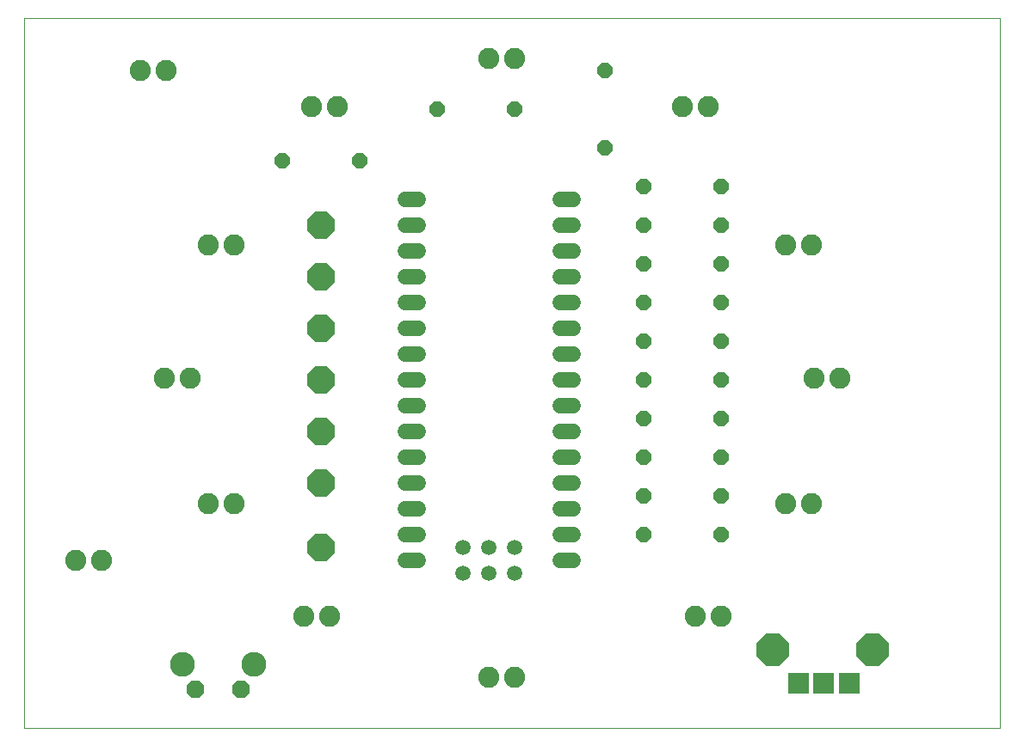
<source format=gbs>
G75*
%MOIN*%
%OFA0B0*%
%FSLAX25Y25*%
%IPPOS*%
%LPD*%
%AMOC8*
5,1,8,0,0,1.08239X$1,22.5*
%
%ADD10C,0.00000*%
%ADD11C,0.08200*%
%ADD12OC8,0.10800*%
%ADD13OC8,0.06000*%
%ADD14OC8,0.06800*%
%ADD15C,0.09650*%
%ADD16C,0.05950*%
%ADD17C,0.05950*%
%ADD18R,0.08200X0.08200*%
%ADD19OC8,0.12611*%
D10*
X0001000Y0020750D02*
X0001000Y0296341D01*
X0378953Y0296341D01*
X0378953Y0020750D01*
X0001000Y0020750D01*
D11*
X0021000Y0085750D03*
X0031000Y0085750D03*
X0072063Y0107837D03*
X0082063Y0107837D03*
X0109071Y0064136D03*
X0119071Y0064136D03*
X0181039Y0040435D03*
X0191039Y0040435D03*
X0261000Y0064136D03*
X0271000Y0064136D03*
X0296000Y0107837D03*
X0306000Y0107837D03*
X0307024Y0156577D03*
X0317024Y0156577D03*
X0306000Y0208191D03*
X0296000Y0208191D03*
X0266000Y0261892D03*
X0256000Y0261892D03*
X0191039Y0280593D03*
X0181039Y0280593D03*
X0122063Y0261892D03*
X0112063Y0261892D03*
X0056000Y0275750D03*
X0046000Y0275750D03*
X0072063Y0208191D03*
X0082063Y0208191D03*
X0065055Y0156577D03*
X0055055Y0156577D03*
D12*
X0116000Y0155750D03*
X0116000Y0175750D03*
X0116000Y0195750D03*
X0116000Y0215750D03*
X0116000Y0135750D03*
X0116000Y0115750D03*
X0116000Y0090750D03*
D13*
X0241000Y0095750D03*
X0241000Y0110750D03*
X0241000Y0125750D03*
X0241000Y0140750D03*
X0241000Y0155750D03*
X0241000Y0170750D03*
X0241000Y0185750D03*
X0241000Y0200750D03*
X0241000Y0215750D03*
X0241000Y0230750D03*
X0226000Y0245750D03*
X0191000Y0260750D03*
X0161000Y0260750D03*
X0131000Y0240750D03*
X0101000Y0240750D03*
X0226000Y0275750D03*
X0271000Y0230750D03*
X0271000Y0215750D03*
X0271000Y0200750D03*
X0271000Y0185750D03*
X0271000Y0170750D03*
X0271000Y0155750D03*
X0271000Y0140750D03*
X0271000Y0125750D03*
X0271000Y0110750D03*
X0271000Y0095750D03*
D14*
X0084900Y0035850D03*
X0067100Y0035850D03*
D15*
X0062200Y0045650D03*
X0089800Y0045650D03*
D16*
X0148425Y0085750D02*
X0153575Y0085750D01*
X0153575Y0095750D02*
X0148425Y0095750D01*
X0148425Y0105750D02*
X0153575Y0105750D01*
X0153575Y0115750D02*
X0148425Y0115750D01*
X0148425Y0125750D02*
X0153575Y0125750D01*
X0153575Y0135750D02*
X0148425Y0135750D01*
X0148425Y0145750D02*
X0153575Y0145750D01*
X0153575Y0155750D02*
X0148425Y0155750D01*
X0148425Y0165750D02*
X0153575Y0165750D01*
X0153575Y0175750D02*
X0148425Y0175750D01*
X0148425Y0185750D02*
X0153575Y0185750D01*
X0153575Y0195750D02*
X0148425Y0195750D01*
X0148425Y0205750D02*
X0153575Y0205750D01*
X0153575Y0215750D02*
X0148425Y0215750D01*
X0148425Y0225750D02*
X0153575Y0225750D01*
X0208425Y0225750D02*
X0213575Y0225750D01*
X0213575Y0215750D02*
X0208425Y0215750D01*
X0208425Y0205750D02*
X0213575Y0205750D01*
X0213575Y0195750D02*
X0208425Y0195750D01*
X0208425Y0185750D02*
X0213575Y0185750D01*
X0213575Y0175750D02*
X0208425Y0175750D01*
X0208425Y0165750D02*
X0213575Y0165750D01*
X0213575Y0155750D02*
X0208425Y0155750D01*
X0208425Y0145750D02*
X0213575Y0145750D01*
X0213575Y0135750D02*
X0208425Y0135750D01*
X0208425Y0125750D02*
X0213575Y0125750D01*
X0213575Y0115750D02*
X0208425Y0115750D01*
X0208425Y0105750D02*
X0213575Y0105750D01*
X0213575Y0095750D02*
X0208425Y0095750D01*
X0208425Y0085750D02*
X0213575Y0085750D01*
D17*
X0191000Y0080750D03*
X0191000Y0090750D03*
X0181000Y0090750D03*
X0171000Y0090750D03*
X0171000Y0080750D03*
X0181000Y0080750D03*
D18*
X0300843Y0038309D03*
X0310685Y0038309D03*
X0320528Y0038309D03*
D19*
X0329583Y0051301D03*
X0291000Y0051301D03*
M02*

</source>
